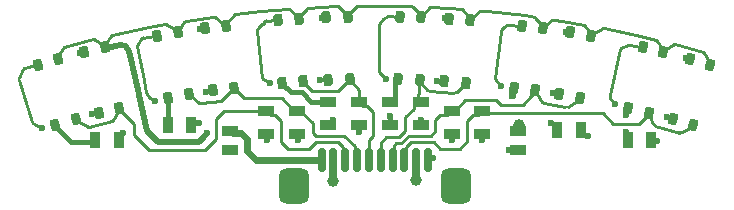
<source format=gtl>
G04*
G04 #@! TF.GenerationSoftware,Altium Limited,Altium Designer,24.9.1 (31)*
G04*
G04 Layer_Physical_Order=1*
G04 Layer_Color=255*
%FSLAX44Y44*%
%MOMM*%
G71*
G04*
G04 #@! TF.SameCoordinates,29934F41-26C9-4A55-89A3-94A69A0B1090*
G04*
G04*
G04 #@! TF.FilePolarity,Positive*
G04*
G01*
G75*
%ADD13R,0.9500X1.4500*%
%ADD14R,1.4500X0.9500*%
%ADD15R,1.3900X0.9600*%
G04:AMPARAMS|DCode=16|XSize=1mm|YSize=0.77mm|CornerRadius=0.1887mm|HoleSize=0mm|Usage=FLASHONLY|Rotation=74.000|XOffset=0mm|YOffset=0mm|HoleType=Round|Shape=RoundedRectangle|*
%AMROUNDEDRECTD16*
21,1,1.0000,0.3927,0,0,74.0*
21,1,0.6227,0.7700,0,0,74.0*
1,1,0.3773,0.2746,0.2452*
1,1,0.3773,0.1029,-0.3534*
1,1,0.3773,-0.2746,-0.2452*
1,1,0.3773,-0.1029,0.3534*
%
%ADD16ROUNDEDRECTD16*%
G04:AMPARAMS|DCode=17|XSize=1mm|YSize=0.77mm|CornerRadius=0.1887mm|HoleSize=0mm|Usage=FLASHONLY|Rotation=256.700|XOffset=0mm|YOffset=0mm|HoleType=Round|Shape=RoundedRectangle|*
%AMROUNDEDRECTD17*
21,1,1.0000,0.3927,0,0,256.7*
21,1,0.6227,0.7700,0,0,256.7*
1,1,0.3773,-0.2627,-0.2578*
1,1,0.3773,-0.1195,0.3482*
1,1,0.3773,0.2627,0.2578*
1,1,0.3773,0.1195,-0.3482*
%
%ADD17ROUNDEDRECTD17*%
G04:AMPARAMS|DCode=18|XSize=1mm|YSize=0.77mm|CornerRadius=0.1887mm|HoleSize=0mm|Usage=FLASHONLY|Rotation=79.900|XOffset=0mm|YOffset=0mm|HoleType=Round|Shape=RoundedRectangle|*
%AMROUNDEDRECTD18*
21,1,1.0000,0.3927,0,0,79.9*
21,1,0.6227,0.7700,0,0,79.9*
1,1,0.3773,0.2479,0.2721*
1,1,0.3773,0.1387,-0.3410*
1,1,0.3773,-0.2479,-0.2721*
1,1,0.3773,-0.1387,0.3410*
%
%ADD18ROUNDEDRECTD18*%
G04:AMPARAMS|DCode=19|XSize=1mm|YSize=0.77mm|CornerRadius=0.1887mm|HoleSize=0mm|Usage=FLASHONLY|Rotation=262.400|XOffset=0mm|YOffset=0mm|HoleType=Round|Shape=RoundedRectangle|*
%AMROUNDEDRECTD19*
21,1,1.0000,0.3927,0,0,262.4*
21,1,0.6227,0.7700,0,0,262.4*
1,1,0.3773,-0.2358,-0.2827*
1,1,0.3773,-0.1535,0.3346*
1,1,0.3773,0.2358,0.2827*
1,1,0.3773,0.1535,-0.3346*
%
%ADD19ROUNDEDRECTD19*%
G04:AMPARAMS|DCode=20|XSize=1mm|YSize=0.77mm|CornerRadius=0.1887mm|HoleSize=0mm|Usage=FLASHONLY|Rotation=85.700|XOffset=0mm|YOffset=0mm|HoleType=Round|Shape=RoundedRectangle|*
%AMROUNDEDRECTD20*
21,1,1.0000,0.3927,0,0,85.7*
21,1,0.6227,0.7700,0,0,85.7*
1,1,0.3773,0.2191,0.2958*
1,1,0.3773,0.1725,-0.3252*
1,1,0.3773,-0.2191,-0.2958*
1,1,0.3773,-0.1725,0.3252*
%
%ADD20ROUNDEDRECTD20*%
G04:AMPARAMS|DCode=21|XSize=1mm|YSize=0.77mm|CornerRadius=0.1887mm|HoleSize=0mm|Usage=FLASHONLY|Rotation=91.700|XOffset=0mm|YOffset=0mm|HoleType=Round|Shape=RoundedRectangle|*
%AMROUNDEDRECTD21*
21,1,1.0000,0.3927,0,0,91.7*
21,1,0.6227,0.7700,0,0,91.7*
1,1,0.3773,0.1870,0.3170*
1,1,0.3773,0.2055,-0.3054*
1,1,0.3773,-0.1870,-0.3170*
1,1,0.3773,-0.2055,0.3054*
%
%ADD21ROUNDEDRECTD21*%
G04:AMPARAMS|DCode=22|XSize=1mm|YSize=0.77mm|CornerRadius=0.1887mm|HoleSize=0mm|Usage=FLASHONLY|Rotation=268.300|XOffset=0mm|YOffset=0mm|HoleType=Round|Shape=RoundedRectangle|*
%AMROUNDEDRECTD22*
21,1,1.0000,0.3927,0,0,268.3*
21,1,0.6227,0.7700,0,0,268.3*
1,1,0.3773,-0.2055,-0.3054*
1,1,0.3773,-0.1870,0.3170*
1,1,0.3773,0.2055,0.3054*
1,1,0.3773,0.1870,-0.3170*
%
%ADD22ROUNDEDRECTD22*%
G04:AMPARAMS|DCode=23|XSize=1mm|YSize=0.77mm|CornerRadius=0.1887mm|HoleSize=0mm|Usage=FLASHONLY|Rotation=274.200|XOffset=0mm|YOffset=0mm|HoleType=Round|Shape=RoundedRectangle|*
%AMROUNDEDRECTD23*
21,1,1.0000,0.3927,0,0,274.2*
21,1,0.6227,0.7700,0,0,274.2*
1,1,0.3773,-0.1730,-0.3249*
1,1,0.3773,-0.2186,0.2961*
1,1,0.3773,0.1730,0.3249*
1,1,0.3773,0.2186,-0.2961*
%
%ADD23ROUNDEDRECTD23*%
G04:AMPARAMS|DCode=24|XSize=1mm|YSize=0.77mm|CornerRadius=0.1887mm|HoleSize=0mm|Usage=FLASHONLY|Rotation=97.600|XOffset=0mm|YOffset=0mm|HoleType=Round|Shape=RoundedRectangle|*
%AMROUNDEDRECTD24*
21,1,1.0000,0.3927,0,0,97.6*
21,1,0.6227,0.7700,0,0,97.6*
1,1,0.3773,0.1535,0.3346*
1,1,0.3773,0.2358,-0.2827*
1,1,0.3773,-0.1535,-0.3346*
1,1,0.3773,-0.2358,0.2827*
%
%ADD24ROUNDEDRECTD24*%
G04:AMPARAMS|DCode=25|XSize=1mm|YSize=0.77mm|CornerRadius=0.1887mm|HoleSize=0mm|Usage=FLASHONLY|Rotation=280.200|XOffset=0mm|YOffset=0mm|HoleType=Round|Shape=RoundedRectangle|*
%AMROUNDEDRECTD25*
21,1,1.0000,0.3927,0,0,280.2*
21,1,0.6227,0.7700,0,0,280.2*
1,1,0.3773,-0.1381,-0.3412*
1,1,0.3773,-0.2484,0.2717*
1,1,0.3773,0.1381,0.3412*
1,1,0.3773,0.2484,-0.2717*
%
%ADD25ROUNDEDRECTD25*%
G04:AMPARAMS|DCode=26|XSize=1mm|YSize=0.77mm|CornerRadius=0.1887mm|HoleSize=0mm|Usage=FLASHONLY|Rotation=286.000|XOffset=0mm|YOffset=0mm|HoleType=Round|Shape=RoundedRectangle|*
%AMROUNDEDRECTD26*
21,1,1.0000,0.3927,0,0,286.0*
21,1,0.6227,0.7700,0,0,286.0*
1,1,0.3773,-0.1029,-0.3534*
1,1,0.3773,-0.2746,0.2452*
1,1,0.3773,0.1029,0.3534*
1,1,0.3773,0.2746,-0.2452*
%
%ADD26ROUNDEDRECTD26*%
G04:AMPARAMS|DCode=27|XSize=1mm|YSize=0.77mm|CornerRadius=0.1887mm|HoleSize=0mm|Usage=FLASHONLY|Rotation=103.300|XOffset=0mm|YOffset=0mm|HoleType=Round|Shape=RoundedRectangle|*
%AMROUNDEDRECTD27*
21,1,1.0000,0.3927,0,0,103.3*
21,1,0.6227,0.7700,0,0,103.3*
1,1,0.3773,0.1195,0.3482*
1,1,0.3773,0.2627,-0.2578*
1,1,0.3773,-0.1195,-0.3482*
1,1,0.3773,-0.2627,0.2578*
%
%ADD27ROUNDEDRECTD27*%
G04:AMPARAMS|DCode=28|XSize=2.601mm|YSize=2.9997mm|CornerRadius=0.6372mm|HoleSize=0mm|Usage=FLASHONLY|Rotation=0.000|XOffset=0mm|YOffset=0mm|HoleType=Round|Shape=RoundedRectangle|*
%AMROUNDEDRECTD28*
21,1,2.6010,1.7253,0,0,0.0*
21,1,1.3265,2.9997,0,0,0.0*
1,1,1.2745,0.6632,-0.8626*
1,1,1.2745,-0.6632,-0.8626*
1,1,1.2745,-0.6632,0.8626*
1,1,1.2745,0.6632,0.8626*
%
%ADD28ROUNDEDRECTD28*%
G04:AMPARAMS|DCode=29|XSize=0.65mm|YSize=2.032mm|CornerRadius=0.1593mm|HoleSize=0mm|Usage=FLASHONLY|Rotation=0.000|XOffset=0mm|YOffset=0mm|HoleType=Round|Shape=RoundedRectangle|*
%AMROUNDEDRECTD29*
21,1,0.6500,1.7135,0,0,0.0*
21,1,0.3315,2.0320,0,0,0.0*
1,1,0.3185,0.1658,-0.8568*
1,1,0.3185,-0.1658,-0.8568*
1,1,0.3185,-0.1658,0.8568*
1,1,0.3185,0.1658,0.8568*
%
%ADD29ROUNDEDRECTD29*%
%ADD49C,0.5000*%
%ADD50C,0.2540*%
%ADD51C,0.4000*%
%ADD52C,0.6000*%
%ADD53C,0.6500*%
%ADD54C,0.6000*%
%ADD55C,1.0000*%
D13*
X521876Y81534D02*
D03*
X541876D02*
D03*
X462186Y89916D02*
D03*
X482186D02*
D03*
X132240Y93980D02*
D03*
X152240D02*
D03*
X90772Y81534D02*
D03*
X70772D02*
D03*
D14*
X398780Y86360D02*
D03*
Y106360D02*
D03*
X268151Y113980D02*
D03*
Y93980D02*
D03*
X294277D02*
D03*
Y113980D02*
D03*
X215900Y86360D02*
D03*
Y106360D02*
D03*
X242026Y86360D02*
D03*
Y106360D02*
D03*
X372654Y86360D02*
D03*
Y106360D02*
D03*
X346529Y93980D02*
D03*
Y113980D02*
D03*
X320403D02*
D03*
Y93980D02*
D03*
D15*
X429006Y73380D02*
D03*
Y89180D02*
D03*
X185420Y73380D02*
D03*
Y89180D02*
D03*
D16*
X574353Y150304D02*
D03*
X591656Y145343D02*
D03*
X559744Y99357D02*
D03*
X577047Y94396D02*
D03*
D17*
X539662Y104570D02*
D03*
X522145Y108711D02*
D03*
X551855Y156149D02*
D03*
X534338Y160290D02*
D03*
D18*
X473187Y172668D02*
D03*
X490908Y169511D02*
D03*
X463892Y120489D02*
D03*
X481613Y117332D02*
D03*
D19*
X443116Y123643D02*
D03*
X425274Y126023D02*
D03*
X450126Y176177D02*
D03*
X432284Y178557D02*
D03*
D20*
X370612Y184400D02*
D03*
X388562Y183051D02*
D03*
X366638Y131549D02*
D03*
X384588Y130200D02*
D03*
D21*
X266718Y185621D02*
D03*
X284710Y186155D02*
D03*
X268290Y132645D02*
D03*
X286282Y133179D02*
D03*
D22*
X345610Y132645D02*
D03*
X327618Y133179D02*
D03*
X347182Y185621D02*
D03*
X329190Y186155D02*
D03*
D23*
X247217Y131630D02*
D03*
X229265Y130312D02*
D03*
X243335Y184488D02*
D03*
X225383Y183170D02*
D03*
D24*
X163574Y176177D02*
D03*
X181416Y178557D02*
D03*
X170584Y123643D02*
D03*
X188426Y126023D02*
D03*
D25*
X150050Y120513D02*
D03*
X132335Y117325D02*
D03*
X140665Y172675D02*
D03*
X122949Y169487D02*
D03*
D26*
X54256Y99357D02*
D03*
X36953Y94396D02*
D03*
X39647Y150304D02*
D03*
X22344Y145343D02*
D03*
D27*
X61730Y156150D02*
D03*
X79247Y160291D02*
D03*
X73923Y104571D02*
D03*
X91440Y108712D02*
D03*
D28*
X239153Y43028D02*
D03*
X376161D02*
D03*
D29*
X302657Y64770D02*
D03*
X292657D02*
D03*
X282657D02*
D03*
X272657D02*
D03*
X262657D02*
D03*
X352657D02*
D03*
X342657D02*
D03*
X332657D02*
D03*
X322657D02*
D03*
X312657D02*
D03*
D49*
X107670Y120577D02*
G03*
X107644Y120700I-4904J-975D01*
G01*
X107741Y120218D02*
G03*
X107811Y119890I11809J2348D01*
G01*
D02*
G03*
X107814Y119877I11739J2677D01*
G01*
X99324Y157277D02*
G03*
X91507Y162165I-6338J-1442D01*
G01*
X107670Y120577D02*
X107741Y120218D01*
X107641Y120711D02*
X107644Y120700D01*
X107814Y119877D02*
X114870Y89092D01*
X155001Y80264D02*
X159144Y80264D01*
X162073Y83193D02*
X165704Y87884D01*
X159144Y80264D02*
X162073Y83193D01*
X123698Y80264D02*
X155001D01*
X114870Y89092D02*
X122233Y81728D01*
X123698Y80264D01*
X99324Y157277D02*
X107641Y120711D01*
X80784Y159658D02*
X91507Y162165D01*
X79247Y160291D02*
X80784Y159658D01*
D50*
X344786Y120428D02*
G03*
X344725Y117460I162454J-4820D01*
G01*
X374988Y121502D02*
G03*
X376891Y122168I182J2534D01*
G01*
X352127Y123991D02*
G03*
X353865Y123109I1931J1651D01*
G01*
X421525Y178997D02*
G03*
X420181Y178839I-362J-2713D01*
G01*
X114381Y121540D02*
G03*
X115823Y118840I5169J1027D01*
G01*
X111672Y168244D02*
G03*
X110083Y167259I450J-2500D01*
G01*
X469120Y109403D02*
G03*
X470843Y109719I432J2503D01*
G01*
X449488Y113606D02*
G03*
X451101Y112597I2056J1491D01*
G01*
X158688Y113145D02*
G03*
X160528Y112655I1526J2030D01*
G01*
X543340Y95332D02*
G03*
X544977Y93905I2327J1018D01*
G01*
X566044Y87951D02*
G03*
X568025Y88214I683J2447D01*
G01*
X216087Y182676D02*
G03*
X214443Y181905I186J-2533D01*
G01*
X11730Y142751D02*
G03*
X10150Y141428I700J-2442D01*
G01*
X6541Y134011D02*
G03*
X6404Y132133I2284J-1111D01*
G01*
X17719Y96743D02*
G03*
X18937Y95278I2419J774D01*
G01*
X349237Y188675D02*
X353767Y193158D01*
X354509Y193893D01*
X355614D01*
X381294Y192346D02*
X382001Y191639D01*
X382043Y191593D02*
X386837Y186303D01*
X382001Y191639D02*
X382043Y191593D01*
X370798Y193174D02*
X381294Y192346D01*
X355614Y193893D02*
X370798Y193174D01*
X390753Y186008D02*
X396660Y190488D01*
X397341Y191004D02*
X398295D01*
X402683Y190658D02*
X434473Y187138D01*
X442901Y185935D02*
X443560Y185276D01*
X443616Y185212D01*
X434473Y187138D02*
X442901Y185935D01*
X443616Y185212D02*
X448591Y179523D01*
X396660Y190488D02*
X397341Y191004D01*
X398295D02*
X402683Y190658D01*
X452484Y179003D02*
X458074Y183049D01*
X466136Y182618D02*
X484699Y179369D01*
X485536Y178484D02*
X489521Y172921D01*
X458074Y183049D02*
X458741Y183531D01*
X459744D01*
X466136Y182618D01*
X485414Y178654D02*
X485536Y178484D01*
X484699Y179369D02*
X485414Y178654D01*
X523458Y162230D02*
X532285Y160143D01*
X515173Y159030D02*
X516091Y159948D01*
X522417Y162298D01*
X506509Y119420D02*
X515014Y158303D01*
X515173Y159030D01*
X522417Y162298D02*
X523170D01*
X523458Y162230D01*
X546479Y165711D02*
X550660Y159630D01*
X499823Y175985D02*
X500416Y176331D01*
X501363D02*
X528957Y170599D01*
X545676Y166573D02*
X546347Y165902D01*
X493387Y172232D02*
X499823Y175985D01*
X500416Y176331D02*
X501363D01*
X528957Y170599D02*
X545676Y166573D01*
X546347Y165902D02*
X546479Y165711D01*
X586184Y155322D02*
X590626Y148877D01*
X586053Y155513D02*
X586184Y155322D01*
X554482Y158727D02*
X560215Y162236D01*
X561883Y162609D02*
X585414Y156152D01*
X560215Y162236D02*
X560825Y162609D01*
X561883D01*
X585414Y156152D02*
X586053Y155513D01*
X69776Y166752D02*
X70359Y166421D01*
X53688Y163112D02*
X68804Y166752D01*
X69776D01*
X43712Y159822D02*
X44474Y160583D01*
X43529Y159461D02*
X43712Y159822D01*
X40676Y153838D02*
X43529Y159461D01*
X70359Y166421D02*
X76620Y162869D01*
X44474Y160583D02*
X53688Y163112D01*
X339262Y194666D02*
X339970Y193978D01*
X338850Y194685D02*
X339262Y194666D01*
X306891Y195189D02*
X338850Y194685D01*
X306849Y195189D02*
X306891D01*
X292235Y194959D02*
X306849Y195189D01*
X291508Y194235D02*
X292235Y194959D01*
X339970Y193978D02*
X345312Y188792D01*
X286580Y189326D02*
X291508Y194235D01*
X249946Y192810D02*
X249962Y192827D01*
X250675Y193540D01*
X274890Y194685D01*
X275455Y194694D02*
X276437D01*
X245065Y187737D02*
X249946Y192810D01*
X274890Y194685D02*
X275455Y194694D01*
X277157Y194059D02*
X282655Y189209D01*
X276437Y194694D02*
X277157Y194059D01*
X236224Y191856D02*
X241149Y187449D01*
X188383Y187555D02*
X188400Y187572D01*
X189049Y188221D02*
X211056Y190658D01*
X182951Y181903D02*
X188383Y187555D01*
X234430Y192503D02*
X235501D01*
X188400Y187572D02*
X189049Y188221D01*
X211056Y190658D02*
X234430Y192503D01*
X235501D02*
X236224Y191856D01*
X172275Y185392D02*
X179216Y180203D01*
X146414Y181567D02*
X146560Y181793D01*
X147340Y182572D01*
X170574Y185897D02*
X171599D01*
X147603Y182618D02*
X170574Y185897D01*
X171599D02*
X172275Y185392D01*
X142226Y175089D02*
X146414Y181567D01*
X147340Y182572D02*
X147603Y182618D01*
X116099Y177104D02*
X129962Y179530D01*
X130850D01*
X131431Y179202D01*
X138181Y175392D01*
X85052Y170655D02*
X116099Y177104D01*
X84163Y169677D02*
X84314Y169917D01*
X80442Y163772D02*
X84163Y169677D01*
X84314Y169917D02*
X85052Y170655D01*
X138181Y175392D02*
X141262Y173967D01*
X327914Y84074D02*
X333248Y89408D01*
X344725Y117460D02*
X344725Y117460D01*
X344786Y120428D02*
X345056Y129546D01*
X344725Y117460D02*
X346529Y113980D01*
X374977Y121503D02*
X374988Y121502D01*
X353865Y123109D02*
X374977Y121503D01*
X352120Y124000D02*
X352127Y123991D01*
X317284Y84074D02*
X327914D01*
X312657Y79447D02*
X317284Y84074D01*
X322657Y64770D02*
X323645Y65758D01*
Y76567D01*
X325818Y78740D01*
X329946D01*
X336296Y85090D01*
X338188Y79756D02*
X357632D01*
X334438Y76006D02*
X338188Y79756D01*
X357632D02*
X362966Y74422D01*
X401000Y104140D02*
X500634D01*
X398780Y106360D02*
X401000Y104140D01*
X414491Y174646D02*
X417308Y177463D01*
X414491Y172925D02*
Y174646D01*
X419842Y178711D02*
X420181Y178839D01*
X430207Y177839D02*
X432284Y178557D01*
X417308Y177463D02*
X419842Y178711D01*
X421525Y178997D02*
X430207Y177839D01*
X414474Y172780D02*
X414491Y172925D01*
X409574Y134066D02*
X414474Y172780D01*
X410203Y132233D02*
X414782Y127000D01*
X409574Y132952D02*
Y134066D01*
Y132952D02*
X410203Y132233D01*
X311637Y179730D02*
X311653Y180552D01*
X311845Y180944D02*
X314663Y183762D01*
X318834Y186397D01*
X319811Y186401D01*
X311653Y180552D02*
X311845Y180944D01*
X310920Y140521D02*
X311637Y179730D01*
X319811Y186401D02*
X327226Y186181D01*
X310920Y139422D02*
X311664Y138678D01*
X310920Y140521D02*
X310920Y139422D01*
X311664Y138678D02*
X316992Y133350D01*
X213198Y133466D02*
X218694Y129540D01*
X207905Y173946D02*
X212422Y134242D01*
X207905Y175114D02*
X209097Y176658D01*
X211914Y179475D02*
X212076Y179475D01*
X212583Y179972D02*
X214443Y181905D01*
X212422Y134242D02*
X213198Y133466D01*
X212076Y179475D02*
X212583Y179972D01*
X207905Y173946D02*
Y175114D01*
X209097Y176658D02*
X211914Y179475D01*
X172974Y99314D02*
X180020Y106360D01*
X172974Y82550D02*
Y99314D01*
X163576Y73152D02*
X172974Y82550D01*
X116840Y73152D02*
X163576D01*
X104140Y85852D02*
X116840Y73152D01*
X117367Y117297D02*
X121158Y115062D01*
X91440Y107857D02*
X104140Y95157D01*
Y85852D02*
Y95157D01*
X106476Y161313D02*
X112296Y132029D01*
X114280Y122048D02*
X114381Y121540D01*
X115823Y118840D02*
X117367Y117297D01*
X113421Y126371D02*
X114280Y122048D01*
X112296Y132029D02*
X113421Y126371D01*
X106476Y162403D02*
X106978Y163078D01*
X106476Y161313D02*
Y162403D01*
X111672Y168244D02*
X120880Y169900D01*
X106978Y163078D02*
X110083Y167259D01*
X120880Y169900D02*
X122949Y169487D01*
X91440Y107857D02*
Y108712D01*
X180020Y106360D02*
X215900D01*
X78946Y160586D02*
X79247Y160291D01*
X79565Y161216D02*
X80442Y163772D01*
X141262Y173967D02*
X141445Y173882D01*
X76620Y162869D02*
X78946Y160586D01*
X90245Y105230D02*
X91440Y108712D01*
X531451Y95504D02*
X539662Y103716D01*
X500634Y104140D02*
X509270Y95504D01*
X531451D01*
X511048Y112014D02*
Y112449D01*
X506450Y117047D02*
X511048Y112449D01*
X554990Y101346D02*
X555987D01*
X557763Y99570D01*
X506450Y117047D02*
Y118878D01*
X506509Y119420D01*
X557763Y99570D02*
X559744Y99357D01*
X443908Y121915D02*
X444651Y120297D01*
X442867Y121552D02*
X443116D01*
X440142Y118827D02*
X442867Y121552D01*
X440142Y118578D02*
Y118827D01*
X432864Y111300D02*
X440142Y118578D01*
X414480Y111300D02*
X432864D01*
X443116Y121552D02*
Y123643D01*
X410210Y115570D02*
X414480Y111300D01*
X384364Y115570D02*
X410210D01*
X375154Y106360D02*
X384364Y115570D01*
X372654Y106360D02*
X375154D01*
X369174Y102880D02*
X372654Y106360D01*
X261677Y132645D02*
X268290D01*
X252222Y74422D02*
X257810Y80010D01*
X228600Y80010D02*
X234188Y74422D01*
X252222D01*
X451101Y112597D02*
X469109Y109405D01*
X469120Y109403D01*
X470843Y109719D02*
X479134Y114612D01*
X481613Y117332D01*
X539662Y103716D02*
Y104570D01*
X395300Y102880D02*
X398780Y106360D01*
X390916Y102880D02*
X395300D01*
X386080Y98044D02*
X390916Y102880D01*
X386080Y81026D02*
Y98044D01*
X379476Y74422D02*
X386080Y81026D01*
X362966Y74422D02*
X379476D01*
X355092Y85090D02*
X358902Y88900D01*
X336296Y85090D02*
X355092D01*
X334438Y66551D02*
Y76006D01*
X332657Y64770D02*
X334438Y66551D01*
X362976Y102880D02*
X369174D01*
X358902Y98806D02*
X362976Y102880D01*
X358902Y88900D02*
Y98806D01*
X333248Y100700D02*
X340549Y108000D01*
X333248Y89408D02*
Y100700D01*
X340549Y108000D02*
Y110500D01*
X344029Y113980D02*
X346529D01*
X340549Y110500D02*
X344029Y113980D01*
X312657Y64770D02*
Y79447D01*
X306070Y85090D02*
Y105410D01*
X300980Y110500D02*
X306070Y105410D01*
X297757Y110500D02*
X300980D01*
X294277Y113980D02*
X297757Y110500D01*
X302657Y64770D02*
Y81677D01*
X306070Y85090D01*
X281940D02*
X290876Y76154D01*
X257810Y85090D02*
X281940D01*
X449486Y113609D02*
X449488Y113606D01*
X444651Y120297D02*
X449486Y113609D01*
X196850Y116840D02*
X229046D01*
X239526Y106360D01*
X189728Y123962D02*
X196850Y116840D01*
X239526Y106360D02*
X244526D01*
X247217Y130568D02*
Y131630D01*
X254340Y123444D02*
X276548D01*
X247217Y130568D02*
X254340Y123444D01*
X276548D02*
X283061Y129957D01*
X177646Y114887D02*
X177820Y115062D01*
X152534Y117796D02*
X158683Y113149D01*
X160528Y112655D02*
X177646Y114887D01*
X158683Y113149D02*
X158688Y113145D01*
X177820Y115062D02*
X186720Y123962D01*
X150050Y120513D02*
X152534Y117796D01*
X228600Y80010D02*
Y97790D01*
X590626Y148877D02*
X591656Y145343D01*
X551855Y156149D02*
X554482Y158727D01*
X550660Y159630D02*
X551855Y156149D01*
X490908Y169511D02*
X493387Y172232D01*
X532285Y160143D02*
X534338Y160290D01*
X544977Y93905D02*
X566036Y87954D01*
X543335Y95344D02*
X543340Y95332D01*
X540857Y101089D02*
X543335Y95344D01*
X539662Y104570D02*
X540857Y101089D01*
X574301Y91944D02*
X577047Y94396D01*
X568025Y88214D02*
X574301Y91944D01*
X566036Y87954D02*
X566044Y87951D01*
X461996Y121038D02*
X463892Y120489D01*
X458470Y121666D02*
X461996Y121038D01*
X489521Y172921D02*
X490908Y169511D01*
X450126Y176177D02*
X452484Y179003D01*
X448591Y179523D02*
X450126Y176177D01*
X388562Y183051D02*
X390753Y186008D01*
X345056Y129546D02*
X345610Y132645D01*
X386837Y186303D02*
X388562Y183051D01*
X347182Y185621D02*
X349237Y188675D01*
X345312Y188792D02*
X347182Y185621D01*
X284710Y186155D02*
X286580Y189326D01*
X327226Y186181D02*
X329190Y186155D01*
X364668Y131526D02*
X366638Y131549D01*
X360680Y131826D02*
X364668Y131526D01*
X382396Y127242D02*
X384588Y130200D01*
X376891Y122168D02*
X382396Y127242D01*
X347480Y129474D02*
X352120Y124000D01*
X345610Y132645D02*
X347480Y129474D01*
X181416Y178557D02*
X182951Y181903D01*
X241149Y187449D02*
X243335Y184488D01*
X282655Y189209D02*
X284710Y186155D01*
X243335Y184488D02*
X245065Y187737D01*
X223411Y183214D02*
X225383Y183170D01*
X216087Y182676D02*
X223411Y183214D01*
X286282Y132582D02*
Y133179D01*
Y132063D02*
Y132582D01*
X294277Y113980D02*
Y124068D01*
X286282Y132063D02*
X294277Y124068D01*
X86265Y98551D02*
X90245Y105230D01*
X85369Y97545D02*
X86103Y98279D01*
X186720Y123962D02*
X189728D01*
X283658Y129957D02*
X286282Y132582D01*
X283061Y129957D02*
X283658D01*
X141445Y173882D02*
X142226Y175089D01*
X179216Y180203D02*
X181416Y178557D01*
X168659Y123225D02*
X170584Y123643D01*
X164592Y122682D02*
X168659Y123225D01*
X63889Y93144D02*
X64458Y92833D01*
X65402D02*
X85369Y97545D01*
X64458Y92833D02*
X65402D01*
X57001Y96906D02*
X63889Y93144D01*
X86103Y98279D02*
X86265Y98551D01*
X54256Y99357D02*
X57001Y96906D01*
X39647Y150304D02*
X40676Y153838D01*
X20337Y145219D02*
X22344Y145343D01*
X11730Y142751D02*
X20337Y145219D01*
X10146Y141420D02*
X10150Y141428D01*
X6541Y134011D02*
X10146Y141420D01*
X6404Y132133D02*
X6406Y132127D01*
X17719Y96743D01*
X18937Y95278D02*
X18947Y95273D01*
X26162Y91440D01*
X71969Y104299D02*
X73923Y104571D01*
X68072Y103378D02*
X71969Y104299D01*
X255270Y87630D02*
X257810Y85090D01*
X255270Y87630D02*
Y95616D01*
X257810Y80010D02*
X276860D01*
X280986Y75884D01*
Y66441D02*
X282657Y64770D01*
X280986Y66441D02*
Y75884D01*
X290876Y66551D02*
Y76154D01*
X244526Y106360D02*
X255270Y95616D01*
X290876Y66551D02*
X292657Y64770D01*
X223510Y102880D02*
X228600Y97790D01*
X215900Y106360D02*
X219380Y102880D01*
X223510D01*
D51*
X320403Y93980D02*
G03*
X320548Y94331I-351J351D01*
G01*
X424563Y125311D02*
X425274Y126023D01*
X424563Y119001D02*
Y125311D01*
X424180Y118618D02*
X424563Y119001D01*
X246026Y122020D02*
X254066Y113980D01*
X268151D01*
X236716Y122020D02*
X246026D01*
X322903Y113980D02*
X325120Y116197D01*
Y129515D02*
X327618Y132013D01*
X325120Y116197D02*
Y129515D01*
X320548Y94331D02*
Y101854D01*
X132389Y94129D02*
Y117271D01*
X132335Y117325D02*
X132389Y117271D01*
X132240Y93980D02*
X132389Y94129D01*
X327618Y132013D02*
Y133179D01*
X229265Y129471D02*
X236716Y122020D01*
X229265Y129471D02*
Y130312D01*
X36953Y93607D02*
X50550Y80010D01*
X36953Y93607D02*
Y94396D01*
X50550Y80010D02*
X70010D01*
D52*
X185420Y89180D02*
X187220Y87380D01*
X199390Y72390D02*
Y82550D01*
X194560Y87380D02*
X199390Y82550D01*
X187220Y87380D02*
X194560D01*
X199390Y72390D02*
X207010Y64770D01*
X262657D01*
D53*
X342657Y47509D02*
Y64770D01*
X272657Y47359D02*
Y64770D01*
X272542Y47244D02*
X272657Y47359D01*
D54*
X424180Y118618D02*
D03*
X520173Y102791D02*
D03*
X520382Y88532D02*
D03*
X165704Y87884D02*
D03*
X158680Y96350D02*
D03*
X121158Y115062D02*
D03*
X94488Y87884D02*
D03*
X316992Y133350D02*
D03*
X320548Y101854D02*
D03*
X184658Y87884D02*
D03*
X570738Y151130D02*
D03*
X469646Y172974D02*
D03*
X366776Y184658D02*
D03*
X262636Y185166D02*
D03*
X159512Y176022D02*
D03*
X57912Y155448D02*
D03*
X546608Y81026D02*
D03*
X185674Y73406D02*
D03*
X420878D02*
D03*
X511048Y112014D02*
D03*
X554990Y101346D02*
D03*
X456946Y96266D02*
D03*
X414782Y127000D02*
D03*
X487934Y85344D02*
D03*
X346710Y98806D02*
D03*
X272542D02*
D03*
X261677Y132645D02*
D03*
X216154Y81534D02*
D03*
X242316D02*
D03*
X356870Y66294D02*
D03*
X398780Y81280D02*
D03*
X372872Y81534D02*
D03*
X294132Y88646D02*
D03*
X458470Y121666D02*
D03*
X360680Y131826D02*
D03*
X218694Y129540D02*
D03*
X164592Y122682D02*
D03*
X26162Y91440D02*
D03*
X68072Y103378D02*
D03*
D55*
X272542Y47244D02*
D03*
X342657Y47509D02*
D03*
X429514Y93980D02*
D03*
X239153Y43028D02*
D03*
X376161D02*
D03*
M02*

</source>
